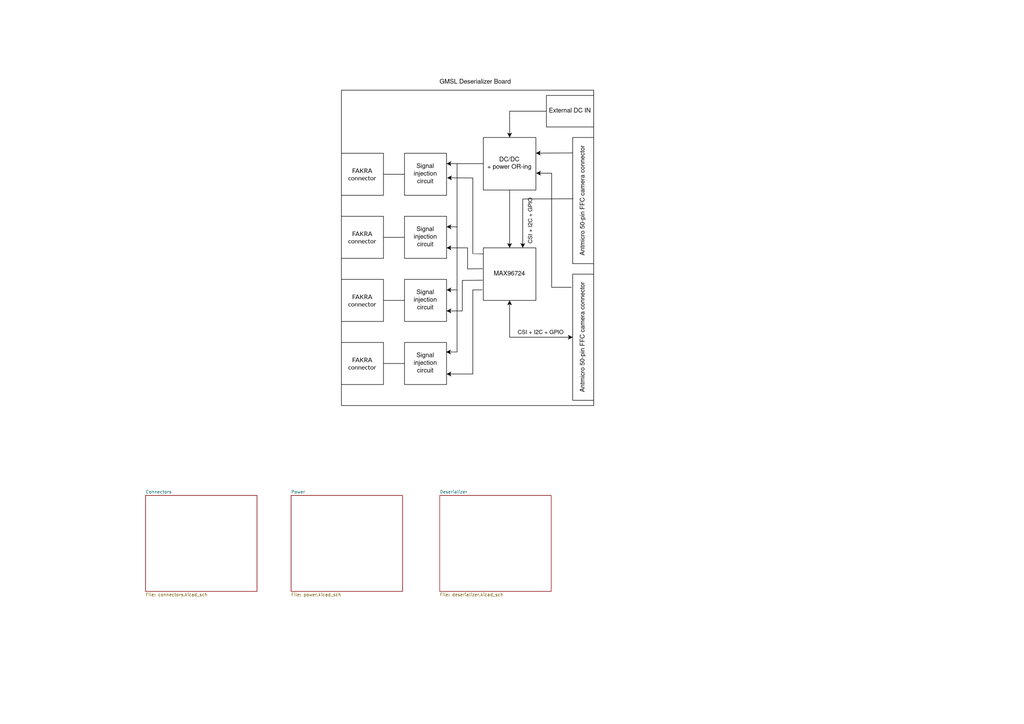
<source format=kicad_sch>
(kicad_sch (version 20211123) (generator eeschema)
  (paper "A3")
  (title_block (title "GMSL Deserializer") (date "2023-11-23") (rev "1.0.0") (company "Antmicro Ltd") (comment 1 "www.antmicro.com"))
  (lib_symbols)
  (image (at 191.77 98.425) (scale 1.27309))
  (sheet (at 119.38 203.2) (size 45.72 39.37) (stroke (width 0.1524))
    (property "Sheet name" "Power" (at 119.38 202.4884 0) (effects (justify left bottom)))
    (property "Sheet file" "power.kicad_sch" (at 119.38 243.1546 0) (effects (justify left top)))
  )
  (sheet (at 180.34 203.2) (size 45.72 39.37) (stroke (width 0.1524))
    (property "Sheet name" "Deserializer" (at 180.34 202.4884 0) (effects (justify left bottom)))
    (property "Sheet file" "deserializer.kicad_sch" (at 180.34 243.1546 0) (effects (justify left top)))
  )
  (sheet (at 59.69 203.2) (size 45.72 39.37) (stroke (width 0.1524))
    (property "Sheet name" "Connectors" (at 59.69 202.4884 0) (effects (justify left bottom)))
    (property "Sheet file" "connectors.kicad_sch" (at 59.69 243.1546 0) (effects (justify left top)))
  )
)
</source>
